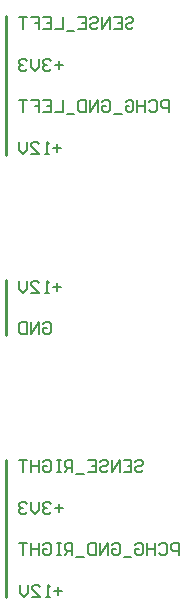
<source format=gbo>
G04 Layer_Color=32896*
%FSLAX25Y25*%
%MOIN*%
G70*
G01*
G75*
%ADD18C,0.01000*%
%ADD26C,0.00787*%
D18*
X19685Y190551D02*
Y237008D01*
Y43307D02*
Y88976D01*
Y130709D02*
Y148819D01*
D26*
X32023Y134186D02*
X32679Y134842D01*
X33991D01*
X34647Y134186D01*
Y131562D01*
X33991Y130906D01*
X32679D01*
X32023Y131562D01*
Y132874D01*
X33335D01*
X30711Y130906D02*
Y134842D01*
X28087Y130906D01*
Y134842D01*
X26776D02*
Y130906D01*
X24808D01*
X24152Y131562D01*
Y134186D01*
X24808Y134842D01*
X26776D01*
X37927Y146653D02*
X35303D01*
X36615Y147966D02*
Y145342D01*
X33991Y144686D02*
X32679D01*
X33335D01*
Y148621D01*
X33991Y147966D01*
X28087Y144686D02*
X30711D01*
X28087Y147310D01*
Y147966D01*
X28743Y148621D01*
X30055D01*
X30711Y147966D01*
X26776Y148621D02*
Y145998D01*
X25464Y144686D01*
X24152Y145998D01*
Y148621D01*
X38325Y45276D02*
X35701D01*
X37013Y46587D02*
Y43964D01*
X34389Y43308D02*
X33077D01*
X33733D01*
Y47243D01*
X34389Y46587D01*
X28486Y43308D02*
X31109D01*
X28486Y45932D01*
Y46587D01*
X29142Y47243D01*
X30453D01*
X31109Y46587D01*
X27174Y47243D02*
Y44620D01*
X25862Y43308D01*
X24550Y44620D01*
Y47243D01*
X77284Y57415D02*
Y61351D01*
X75316D01*
X74660Y60695D01*
Y59383D01*
X75316Y58727D01*
X77284D01*
X70725Y60695D02*
X71381Y61351D01*
X72692D01*
X73348Y60695D01*
Y58071D01*
X72692Y57415D01*
X71381D01*
X70725Y58071D01*
X69413Y61351D02*
Y57415D01*
Y59383D01*
X66789D01*
Y61351D01*
Y57415D01*
X62853Y60695D02*
X63509Y61351D01*
X64821D01*
X65477Y60695D01*
Y58071D01*
X64821Y57415D01*
X63509D01*
X62853Y58071D01*
Y59383D01*
X64165D01*
X61541Y56759D02*
X58917D01*
X54982Y60695D02*
X55638Y61351D01*
X56950D01*
X57605Y60695D01*
Y58071D01*
X56950Y57415D01*
X55638D01*
X54982Y58071D01*
Y59383D01*
X56293D01*
X53670Y57415D02*
Y61351D01*
X51046Y57415D01*
Y61351D01*
X49734D02*
Y57415D01*
X47766D01*
X47110Y58071D01*
Y60695D01*
X47766Y61351D01*
X49734D01*
X45798Y56759D02*
X43174D01*
X41862Y57415D02*
Y61351D01*
X39895D01*
X39239Y60695D01*
Y59383D01*
X39895Y58727D01*
X41862D01*
X40551D02*
X39239Y57415D01*
X37927Y61351D02*
X36615D01*
X37271D01*
Y57415D01*
X37927D01*
X36615D01*
X32023Y60695D02*
X32679Y61351D01*
X33991D01*
X34647Y60695D01*
Y58071D01*
X33991Y57415D01*
X32679D01*
X32023Y58071D01*
Y59383D01*
X33335D01*
X30711Y61351D02*
Y57415D01*
Y59383D01*
X28087D01*
Y61351D01*
Y57415D01*
X26776Y61351D02*
X24152D01*
X25464D01*
Y57415D01*
X62853Y88254D02*
X63509Y88910D01*
X64821D01*
X65477Y88254D01*
Y87598D01*
X64821Y86942D01*
X63509D01*
X62853Y86286D01*
Y85630D01*
X63509Y84974D01*
X64821D01*
X65477Y85630D01*
X58917Y88910D02*
X61541D01*
Y84974D01*
X58917D01*
X61541Y86942D02*
X60229D01*
X57605Y84974D02*
Y88910D01*
X54982Y84974D01*
Y88910D01*
X51046Y88254D02*
X51702Y88910D01*
X53014D01*
X53670Y88254D01*
Y87598D01*
X53014Y86942D01*
X51702D01*
X51046Y86286D01*
Y85630D01*
X51702Y84974D01*
X53014D01*
X53670Y85630D01*
X47110Y88910D02*
X49734D01*
Y84974D01*
X47110D01*
X49734Y86942D02*
X48422D01*
X45798Y84318D02*
X43174D01*
X41862Y84974D02*
Y88910D01*
X39895D01*
X39239Y88254D01*
Y86942D01*
X39895Y86286D01*
X41862D01*
X40551D02*
X39239Y84974D01*
X37927Y88910D02*
X36615D01*
X37271D01*
Y84974D01*
X37927D01*
X36615D01*
X32023Y88254D02*
X32679Y88910D01*
X33991D01*
X34647Y88254D01*
Y85630D01*
X33991Y84974D01*
X32679D01*
X32023Y85630D01*
Y86942D01*
X33335D01*
X30711Y88910D02*
Y84974D01*
Y86942D01*
X28087D01*
Y88910D01*
Y84974D01*
X26776Y88910D02*
X24152D01*
X25464D01*
Y84974D01*
X38583Y72835D02*
X35959D01*
X37271Y74147D02*
Y71523D01*
X34647Y74147D02*
X33991Y74803D01*
X32679D01*
X32023Y74147D01*
Y73491D01*
X32679Y72835D01*
X33335D01*
X32679D01*
X32023Y72179D01*
Y71523D01*
X32679Y70867D01*
X33991D01*
X34647Y71523D01*
X30711Y74803D02*
Y72179D01*
X29399Y70867D01*
X28087Y72179D01*
Y74803D01*
X26776Y74147D02*
X26120Y74803D01*
X24808D01*
X24152Y74147D01*
Y73491D01*
X24808Y72835D01*
X25464D01*
X24808D01*
X24152Y72179D01*
Y71523D01*
X24808Y70867D01*
X26120D01*
X26776Y71523D01*
X38583Y220472D02*
X35959D01*
X37271Y221784D02*
Y219161D01*
X34647Y221784D02*
X33991Y222440D01*
X32679D01*
X32023Y221784D01*
Y221128D01*
X32679Y220472D01*
X33335D01*
X32679D01*
X32023Y219816D01*
Y219161D01*
X32679Y218505D01*
X33991D01*
X34647Y219161D01*
X30711Y222440D02*
Y219816D01*
X29399Y218505D01*
X28087Y219816D01*
Y222440D01*
X26776Y221784D02*
X26120Y222440D01*
X24808D01*
X24152Y221784D01*
Y221128D01*
X24808Y220472D01*
X25464D01*
X24808D01*
X24152Y219816D01*
Y219161D01*
X24808Y218505D01*
X26120D01*
X26776Y219161D01*
X59573Y235892D02*
X60229Y236548D01*
X61541D01*
X62197Y235892D01*
Y235236D01*
X61541Y234580D01*
X60229D01*
X59573Y233924D01*
Y233268D01*
X60229Y232612D01*
X61541D01*
X62197Y233268D01*
X55638Y236548D02*
X58261D01*
Y232612D01*
X55638D01*
X58261Y234580D02*
X56950D01*
X54326Y232612D02*
Y236548D01*
X51702Y232612D01*
Y236548D01*
X47766Y235892D02*
X48422Y236548D01*
X49734D01*
X50390Y235892D01*
Y235236D01*
X49734Y234580D01*
X48422D01*
X47766Y233924D01*
Y233268D01*
X48422Y232612D01*
X49734D01*
X50390Y233268D01*
X43830Y236548D02*
X46454D01*
Y232612D01*
X43830D01*
X46454Y234580D02*
X45142D01*
X42518Y231956D02*
X39895D01*
X38583Y236548D02*
Y232612D01*
X35959D01*
X32023Y236548D02*
X34647D01*
Y232612D01*
X32023D01*
X34647Y234580D02*
X33335D01*
X28087Y236548D02*
X30711D01*
Y234580D01*
X29399D01*
X30711D01*
Y232612D01*
X26776Y236548D02*
X24152D01*
X25464D01*
Y232612D01*
X74004Y205053D02*
Y208989D01*
X72036D01*
X71381Y208333D01*
Y207021D01*
X72036Y206365D01*
X74004D01*
X67445Y208333D02*
X68101Y208989D01*
X69413D01*
X70069Y208333D01*
Y205709D01*
X69413Y205053D01*
X68101D01*
X67445Y205709D01*
X66133Y208989D02*
Y205053D01*
Y207021D01*
X63509D01*
Y208989D01*
Y205053D01*
X59573Y208333D02*
X60229Y208989D01*
X61541D01*
X62197Y208333D01*
Y205709D01*
X61541Y205053D01*
X60229D01*
X59573Y205709D01*
Y207021D01*
X60885D01*
X58261Y204397D02*
X55638D01*
X51702Y208333D02*
X52358Y208989D01*
X53670D01*
X54326Y208333D01*
Y205709D01*
X53670Y205053D01*
X52358D01*
X51702Y205709D01*
Y207021D01*
X53014D01*
X50390Y205053D02*
Y208989D01*
X47766Y205053D01*
Y208989D01*
X46454D02*
Y205053D01*
X44486D01*
X43830Y205709D01*
Y208333D01*
X44486Y208989D01*
X46454D01*
X42518Y204397D02*
X39895D01*
X38583Y208989D02*
Y205053D01*
X35959D01*
X32023Y208989D02*
X34647D01*
Y205053D01*
X32023D01*
X34647Y207021D02*
X33335D01*
X28087Y208989D02*
X30711D01*
Y207021D01*
X29399D01*
X30711D01*
Y205053D01*
X26776Y208989D02*
X24152D01*
X25464D01*
Y205053D01*
X37927Y192913D02*
X35303D01*
X36615Y194225D02*
Y191602D01*
X33991Y190945D02*
X32679D01*
X33335D01*
Y194881D01*
X33991Y194225D01*
X28087Y190945D02*
X30711D01*
X28087Y193569D01*
Y194225D01*
X28743Y194881D01*
X30055D01*
X30711Y194225D01*
X26776Y194881D02*
Y192257D01*
X25464Y190945D01*
X24152Y192257D01*
Y194881D01*
M02*

</source>
